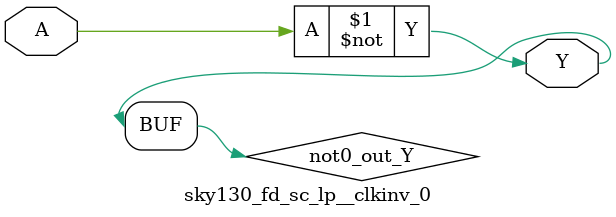
<source format=v>
/*
 * Copyright 2020 The SkyWater PDK Authors
 *
 * Licensed under the Apache License, Version 2.0 (the "License");
 * you may not use this file except in compliance with the License.
 * You may obtain a copy of the License at
 *
 *     https://www.apache.org/licenses/LICENSE-2.0
 *
 * Unless required by applicable law or agreed to in writing, software
 * distributed under the License is distributed on an "AS IS" BASIS,
 * WITHOUT WARRANTIES OR CONDITIONS OF ANY KIND, either express or implied.
 * See the License for the specific language governing permissions and
 * limitations under the License.
 *
 * SPDX-License-Identifier: Apache-2.0
*/


`ifndef SKY130_FD_SC_LP__CLKINV_0_FUNCTIONAL_V
`define SKY130_FD_SC_LP__CLKINV_0_FUNCTIONAL_V

/**
 * clkinv: Clock tree inverter.
 *
 * Verilog simulation functional model.
 */

`timescale 1ns / 1ps
`default_nettype none

`celldefine
module sky130_fd_sc_lp__clkinv_0 (
    Y,
    A
);

    // Module ports
    output Y;
    input  A;

    // Local signals
    wire not0_out_Y;

    //  Name  Output      Other arguments
    not not0 (not0_out_Y, A              );
    buf buf0 (Y         , not0_out_Y     );

endmodule
`endcelldefine

`default_nettype wire
`endif  // SKY130_FD_SC_LP__CLKINV_0_FUNCTIONAL_V

</source>
